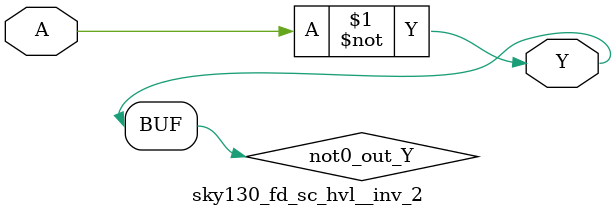
<source format=v>
module sky130_fd_sc_hvl__inv_2 (
    Y,
    A
);
    output Y;
    input  A;
    wire not0_out_Y;
    not not0 (not0_out_Y, A              );
    buf buf0 (Y         , not0_out_Y     );
endmodule
</source>
